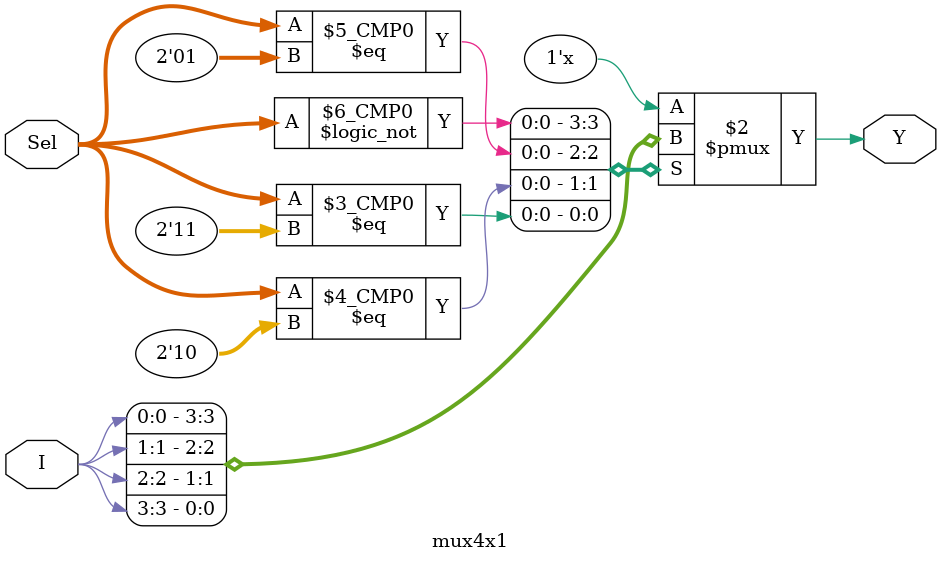
<source format=v>
`timescale 1ns / 1ps


module mux4x1(
input [3:0]I,
input [1:0]Sel,
output reg Y
    );
always @(*)
begin
case (Sel)
2'b00:Y=I[0];
2'b01:Y=I[1];
2'b10:Y=I[2];
2'b11:Y=I[3];
default:$display("error");
endcase
end
endmodule

</source>
